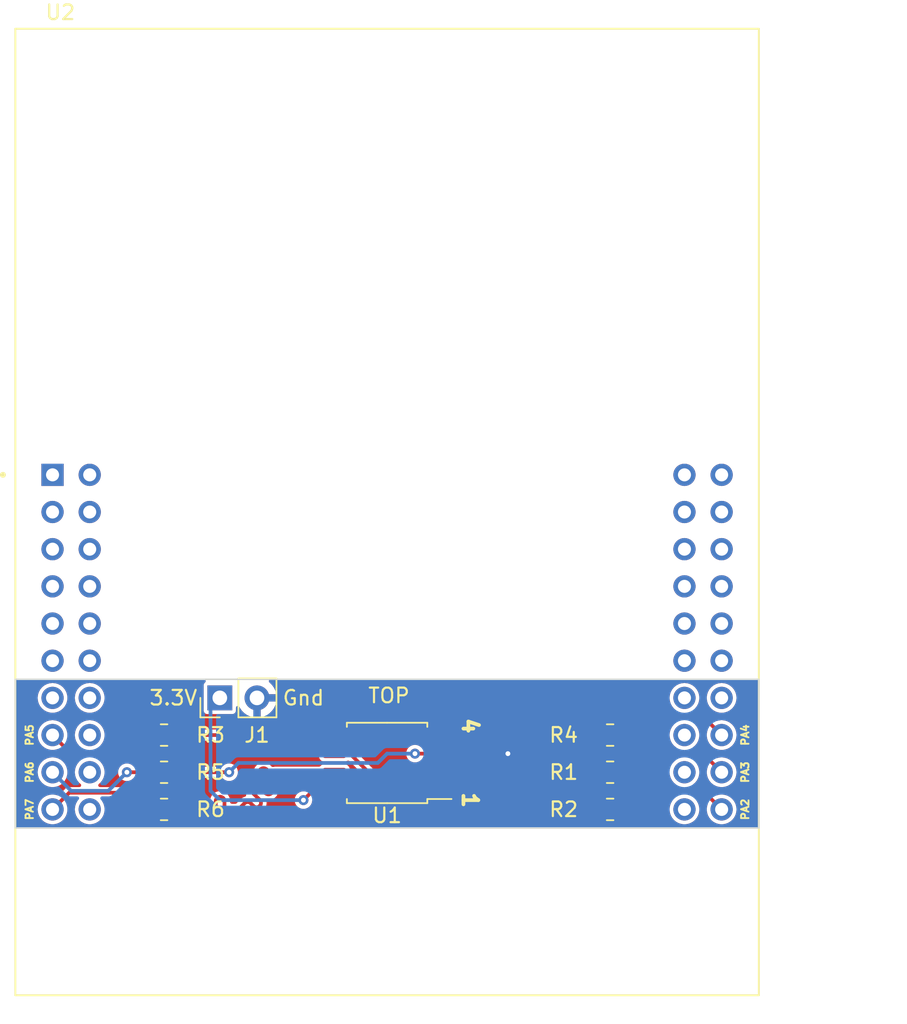
<source format=kicad_pcb>
(kicad_pcb (version 20221018) (generator pcbnew)
  (title_block (title "SOIC-8 Breakout") (date "2023-03-05") (rev "1.1") (company "Jacob Miller"))
  (layers (0 "F.Cu" signal) (31 "B.Cu" signal) (34 "B.Paste" user) (35 "F.Paste" user) (36 "B.SilkS" user "B.Silkscreen") (37 "F.SilkS" user "F.Silkscreen") (38 "B.Mask" user) (39 "F.Mask" user) (44 "Edge.Cuts" user))
  (net 0 "")
  (net 1 "+3.3V")
  (net 2 "/HLD#")
  (net 3 "/CLK")
  (net 4 "GND")
  (net 5 "/MOSI")
  (net 6 "/CE#")
  (net 7 "/MISO")
  (net 8 "/WP#")
  (net 40 "Net-(U1-~{CE})")
  (net 41 "Net-(U1-SCK)")
  (net 42 "Net-(U1-SI)")
  (net 43 "Net-(U1-SO)")
  (net 44 "Net-(U1-~{WP})")
  (net 45 "Net-(U1-~{HOLD})")
  (footprint "EK-TM4C123GXL:MODULE_EK-TM4C123GXL" (layer "F.Cu") (at 95.25 46.99)
    (fp_text reference "U2" (at -22.325 -34.135) (layer "F.SilkS"))
    (fp_text value "EK-TM4C123GXL")
    (fp_line (start -25.4 -33.02) (end -25.4 33.02) (stroke (width 0.127)) (layer "F.SilkS"))
    (fp_line (start -25.4 33.02) (end 25.4 33.02) (stroke (width 0.127)) (layer "F.SilkS"))
    (fp_line (start 25.4 -33.02) (end -25.4 -33.02) (stroke (width 0.127)) (layer "F.SilkS"))
    (fp_line (start 25.4 33.02) (end 25.4 -33.02) (stroke (width 0.127)) (layer "F.SilkS"))
    (fp_circle (center -26.25 -2.54) (end -26.15 -2.54) (stroke (width 0.2)) (fill none) (layer "F.SilkS"))
    (pad "J1_1" thru_hole rect (at -22.86 -2.54) (size 1.52 1.52) (drill 0.89) (layers "*.Cu" "*.Mask") (net 1 "+3.3V"))
    (pad "J1_2" thru_hole circle (at -22.86 0) (size 1.52 1.52) (drill 0.89) (layers "*.Cu" "*.Mask"))
    (pad "J1_3" thru_hole circle (at -22.86 2.54) (size 1.52 1.52) (drill 0.89) (layers "*.Cu" "*.Mask"))
    (pad "J1_4" thru_hole circle (at -22.86 5.08) (size 1.52 1.52) (drill 0.89) (layers "*.Cu" "*.Mask"))
    (pad "J1_5" thru_hole circle (at -22.86 7.62) (size 1.52 1.52) (drill 0.89) (layers "*.Cu" "*.Mask"))
    (pad "J1_6" thru_hole circle (at -22.86 10.16) (size 1.52 1.52) (drill 0.89) (layers "*.Cu" "*.Mask"))
    (pad "J1_7" thru_hole circle (at -22.86 12.7) (size 1.52 1.52) (drill 0.89) (layers "*.Cu" "*.Mask"))
    (pad "J1_8" thru_hole circle (at -22.86 15.24) (size 1.52 1.52) (drill 0.89) (layers "*.Cu" "*.Mask") (net 5 "/MOSI"))
    (pad "J1_9" thru_hole circle (at -22.86 17.78) (size 1.52 1.52) (drill 0.89) (layers "*.Cu" "*.Mask") (net 8 "/WP#"))
    (pad "J1_10" thru_hole circle (at -22.86 20.32) (size 1.52 1.52) (drill 0.89) (layers "*.Cu" "*.Mask") (net 2 "/HLD#"))
    (pad "J2_1" thru_hole circle (at 22.86 -2.54) (size 1.52 1.52) (drill 0.89) (layers "*.Cu" "*.Mask") (net 4 "GND"))
    (pad "J2_2" thru_hole circle (at 22.86 0) (size 1.52 1.52) (drill 0.89) (layers "*.Cu" "*.Mask"))
    (pad "J2_3" thru_hole circle (at 22.86 2.54) (size 1.52 1.52) (drill 0.89) (layers "*.Cu" "*.Mask"))
    (pad "J2_4" thru_hole circle (at 22.86 5.08) (size 1.52 1.52) (drill 0.89) (layers "*.Cu" "*.Mask"))
    (pad "J2_5" thru_hole circle (at 22.86 7.62) (size 1.52 1.52) (drill 0.89) (layers "*.Cu" "*.Mask"))
    (pad "J2_6" thru_hole circle (at 22.86 10.16) (size 1.52 1.52) (drill 0.89) (layers "*.Cu" "*.Mask"))
    (pad "J2_7" thru_hole circle (at 22.86 12.7) (size 1.52 1.52) (drill 0.89) (layers "*.Cu" "*.Mask"))
    (pad "J2_8" thru_hole circle (at 22.86 15.24) (size 1.52 1.52) (drill 0.89) (layers "*.Cu" "*.Mask") (net 7 "/MISO"))
    (pad "J2_9" thru_hole circle (at 22.86 17.78) (size 1.52 1.52) (drill 0.89) (layers "*.Cu" "*.Mask") (net 6 "/CE#"))
    (pad "J2_10" thru_hole circle (at 22.86 20.32) (size 1.52 1.52) (drill 0.89) (layers "*.Cu" "*.Mask") (net 3 "/CLK"))
    (pad "J3_1" thru_hole circle (at -20.32 -2.54) (size 1.52 1.52) (drill 0.89) (layers "*.Cu" "*.Mask"))
    (pad "J3_2" thru_hole circle (at -20.32 0) (size 1.52 1.52) (drill 0.89) (layers "*.Cu" "*.Mask") (net 4 "GND"))
    (pad "J3_3" thru_hole circle (at -20.32 2.54) (size 1.52 1.52) (drill 0.89) (layers "*.Cu" "*.Mask"))
    (pad "J3_4" thru_hole circle (at -20.32 5.08) (size 1.52 1.52) (drill 0.89) (layers "*.Cu" "*.Mask"))
    (pad "J3_5" thru_hole circle (at -20.32 7.62) (size 1.52 1.52) (drill 0.89) (layers "*.Cu" "*.Mask"))
    (pad "J3_6" thru_hole circle (at -20.32 10.16) (size 1.52 1.52) (drill 0.89) (layers "*.Cu" "*.Mask"))
    (pad "J3_7" thru_hole circle (at -20.32 12.7) (size 1.52 1.52) (drill 0.89) (layers "*.Cu" "*.Mask"))
    (pad "J3_8" thru_hole circle (at -20.32 15.24) (size 1.52 1.52) (drill 0.89) (layers "*.Cu" "*.Mask"))
    (pad "J3_9" thru_hole circle (at -20.32 17.78) (size 1.52 1.52) (drill 0.89) (layers "*.Cu" "*.Mask"))
    (pad "J3_10" thru_hole circle (at -20.32 20.32) (size 1.52 1.52) (drill 0.89) (layers "*.Cu" "*.Mask"))
    (pad "J4_1" thru_hole circle (at 20.32 -2.54) (size 1.52 1.52) (drill 0.89) (layers "*.Cu" "*.Mask"))
    (pad "J4_2" thru_hole circle (at 20.32 0) (size 1.52 1.52) (drill 0.89) (layers "*.Cu" "*.Mask"))
    (pad "J4_3" thru_hole circle (at 20.32 2.54) (size 1.52 1.52) (drill 0.89) (layers "*.Cu" "*.Mask"))
    (pad "J4_4" thru_hole circle (at 20.32 5.08) (size 1.52 1.52) (drill 0.89) (layers "*.Cu" "*.Mask"))
    (pad "J4_5" thru_hole circle (at 20.32 7.62) (size 1.52 1.52) (drill 0.89) (layers "*.Cu" "*.Mask"))
    (pad "J4_6" thru_hole circle (at 20.32 10.16) (size 1.52 1.52) (drill 0.89) (layers "*.Cu" "*.Mask"))
    (pad "J4_7" thru_hole circle (at 20.32 12.7) (size 1.52 1.52) (drill 0.89) (layers "*.Cu" "*.Mask"))
    (pad "J4_8" thru_hole circle (at 20.32 15.24) (size 1.52 1.52) (drill 0.89) (layers "*.Cu" "*.Mask"))
    (pad "J4_9" thru_hole circle (at 20.32 17.78) (size 1.52 1.52) (drill 0.89) (layers "*.Cu" "*.Mask"))
    (pad "J4_10" thru_hole circle (at 20.32 20.32) (size 1.52 1.52) (drill 0.89) (layers "*.Cu" "*.Mask"))
  )
  (footprint "Resistor_SMD:R_0805_2012Metric_Pad1.20x1.40mm_HandSolder" (layer "F.Cu") (at 110.49 64.77 180)
    (fp_text reference "R1" (at 3.175 0) (layer "F.SilkS"))
    (fp_text value "R_Small_US")
    (fp_line (start -0.227064 -0.735) (end 0.227064 -0.735) (stroke (width 0.12)) (layer "F.SilkS"))
    (fp_line (start -0.227064 0.735) (end 0.227064 0.735) (stroke (width 0.12)) (layer "F.SilkS"))
    (pad "1" smd roundrect (at -1 0 180) (size 1.2 1.4) (layers "F.Cu" "F.Paste" "F.Mask") (roundrect_rratio 0.2083333333) (net 6 "/CE#"))
    (pad "2" smd roundrect (at 1 0 180) (size 1.2 1.4) (layers "F.Cu" "F.Paste" "F.Mask") (roundrect_rratio 0.2083333333) (net 40 "Net-(U1-~{CE})"))
  )
  (footprint "Resistor_SMD:R_0805_2012Metric_Pad1.20x1.40mm_HandSolder" (layer "F.Cu") (at 80.01 67.31 180)
    (fp_text reference "R6" (at -3.175 0) (layer "F.SilkS"))
    (fp_text value "R_Small_US")
    (fp_line (start -0.227064 -0.735) (end 0.227064 -0.735) (stroke (width 0.12)) (layer "F.SilkS"))
    (fp_line (start -0.227064 0.735) (end 0.227064 0.735) (stroke (width 0.12)) (layer "F.SilkS"))
    (pad "1" smd roundrect (at -1 0 180) (size 1.2 1.4) (layers "F.Cu" "F.Paste" "F.Mask") (roundrect_rratio 0.2083333333) (net 45 "Net-(U1-~{HOLD})"))
    (pad "2" smd roundrect (at 1 0 180) (size 1.2 1.4) (layers "F.Cu" "F.Paste" "F.Mask") (roundrect_rratio 0.2083333333) (net 2 "/HLD#"))
  )
  (footprint "Resistor_SMD:R_0805_2012Metric_Pad1.20x1.40mm_HandSolder" (layer "F.Cu") (at 110.49 67.31)
    (fp_text reference "R2" (at -3.175 0) (layer "F.SilkS"))
    (fp_text value "R_Small_US")
    (fp_line (start -0.227064 -0.735) (end 0.227064 -0.735) (stroke (width 0.12)) (layer "F.SilkS"))
    (fp_line (start -0.227064 0.735) (end 0.227064 0.735) (stroke (width 0.12)) (layer "F.SilkS"))
    (pad "1" smd roundrect (at -1 0) (size 1.2 1.4) (layers "F.Cu" "F.Paste" "F.Mask") (roundrect_rratio 0.2083333333) (net 41 "Net-(U1-SCK)"))
    (pad "2" smd roundrect (at 1 0) (size 1.2 1.4) (layers "F.Cu" "F.Paste" "F.Mask") (roundrect_rratio 0.2083333333) (net 3 "/CLK"))
  )
  (footprint "Resistor_SMD:R_0805_2012Metric_Pad1.20x1.40mm_HandSolder" (layer "F.Cu") (at 80.01 64.77 180)
    (fp_text reference "R5" (at -3.175 0) (layer "F.SilkS"))
    (fp_text value "R_Small_US")
    (fp_line (start -0.227064 -0.735) (end 0.227064 -0.735) (stroke (width 0.12)) (layer "F.SilkS"))
    (fp_line (start -0.227064 0.735) (end 0.227064 0.735) (stroke (width 0.12)) (layer "F.SilkS"))
    (pad "1" smd roundrect (at -1 0 180) (size 1.2 1.4) (layers "F.Cu" "F.Paste" "F.Mask") (roundrect_rratio 0.2083333333) (net 44 "Net-(U1-~{WP})"))
    (pad "2" smd roundrect (at 1 0 180) (size 1.2 1.4) (layers "F.Cu" "F.Paste" "F.Mask") (roundrect_rratio 0.2083333333) (net 8 "/WP#"))
  )
  (footprint "Resistor_SMD:R_0805_2012Metric_Pad1.20x1.40mm_HandSolder" (layer "F.Cu") (at 110.49 62.23)
    (fp_text reference "R4" (at -3.175 0) (layer "F.SilkS"))
    (fp_text value "R_Small_US")
    (fp_line (start -0.227064 -0.735) (end 0.227064 -0.735) (stroke (width 0.12)) (layer "F.SilkS"))
    (fp_line (start -0.227064 0.735) (end 0.227064 0.735) (stroke (width 0.12)) (layer "F.SilkS"))
    (pad "1" smd roundrect (at -1 0) (size 1.2 1.4) (layers "F.Cu" "F.Paste" "F.Mask") (roundrect_rratio 0.2083333333) (net 43 "Net-(U1-SO)"))
    (pad "2" smd roundrect (at 1 0) (size 1.2 1.4) (layers "F.Cu" "F.Paste" "F.Mask") (roundrect_rratio 0.2083333333) (net 7 "/MISO"))
  )
  (footprint "Package_SO:SOIC-8_5.275x5.275mm_P1.27mm" (layer "F.Cu") (at 95.25 64.135 180)
    (fp_text reference "U1" (at 0 -3.59 180) (layer "F.SilkS"))
    (fp_text value "SST25VF080B-50-4x-S2Ax" hide)
    (fp_line (start -2.7475 -2.7475) (end -2.7475 -2.465) (stroke (width 0.12)) (layer "F.SilkS"))
    (fp_line (start -2.7475 -2.465) (end -4.4 -2.465) (stroke (width 0.12)) (layer "F.SilkS"))
    (fp_line (start -2.7475 2.7475) (end -2.7475 2.465) (stroke (width 0.12)) (layer "F.SilkS"))
    (fp_line (start 0 -2.7475) (end -2.7475 -2.7475) (stroke (width 0.12)) (layer "F.SilkS"))
    (fp_line (start 0 -2.7475) (end 2.7475 -2.7475) (stroke (width 0.12)) (layer "F.SilkS"))
    (fp_line (start 0 2.7475) (end -2.7475 2.7475) (stroke (width 0.12)) (layer "F.SilkS"))
    (fp_line (start 0 2.7475) (end 2.7475 2.7475) (stroke (width 0.12)) (layer "F.SilkS"))
    (fp_line (start 2.7475 -2.7475) (end 2.7475 -2.465) (stroke (width 0.12)) (layer "F.SilkS"))
    (fp_line (start 2.7475 2.7475) (end 2.7475 2.465) (stroke (width 0.12)) (layer "F.SilkS"))
    (pad "1" smd roundrect (at -3.6 -1.905 180) (size 1.6 0.6) (layers "F.Cu" "F.Paste" "F.Mask") (net 40 "Net-(U1-~{CE})"))
    (pad "2" smd roundrect (at -3.6 -0.635 180) (size 1.6 0.6) (layers "F.Cu" "F.Paste" "F.Mask") (net 43 "Net-(U1-SO)"))
    (pad "3" smd roundrect (at -3.6 0.635 180) (size 1.6 0.6) (layers "F.Cu" "F.Paste" "F.Mask") (net 44 "Net-(U1-~{WP})"))
    (pad "4" smd roundrect (at -3.6 1.905 180) (size 1.6 0.6) (layers "F.Cu" "F.Paste" "F.Mask") (net 4 "GND"))
    (pad "5" smd roundrect (at 3.6 1.905 180) (size 1.6 0.6) (layers "F.Cu" "F.Paste" "F.Mask") (net 42 "Net-(U1-SI)"))
    (pad "6" smd roundrect (at 3.6 0.635 180) (size 1.6 0.6) (layers "F.Cu" "F.Paste" "F.Mask") (net 41 "Net-(U1-SCK)"))
    (pad "7" smd roundrect (at 3.6 -0.635 180) (size 1.6 0.6) (layers "F.Cu" "F.Paste" "F.Mask") (net 45 "Net-(U1-~{HOLD})"))
    (pad "8" smd roundrect (at 3.6 -1.905 180) (size 1.6 0.6) (layers "F.Cu" "F.Paste" "F.Mask") (net 1 "+3.3V"))
  )
  (footprint "Connector_PinHeader_2.54mm:PinHeader_1x02_P2.54mm_Vertical" (layer "F.Cu") (at 83.82 59.69 90)
    (fp_text reference "J1" (at -2.54 2.54) (layer "F.SilkS"))
    (fp_text value "Conn_01x02_Pin")
    (fp_line (start -1.33 -1.33) (end 0 -1.33) (stroke (width 0.12)) (layer "F.SilkS"))
    (fp_line (start -1.33 0) (end -1.33 -1.33) (stroke (width 0.12)) (layer "F.SilkS"))
    (fp_line (start -1.33 1.27) (end -1.33 3.87) (stroke (width 0.12)) (layer "F.SilkS"))
    (fp_line (start -1.33 1.27) (end 1.33 1.27) (stroke (width 0.12)) (layer "F.SilkS"))
    (fp_line (start -1.33 3.87) (end 1.33 3.87) (stroke (width 0.12)) (layer "F.SilkS"))
    (fp_line (start 1.33 1.27) (end 1.33 3.87) (stroke (width 0.12)) (layer "F.SilkS"))
    (pad "1" thru_hole rect (at 0 0 90) (size 1.7 1.7) (drill 1) (layers "*.Cu" "*.Mask") (net 1 "+3.3V"))
    (pad "2" thru_hole oval (at 0 2.54 90) (size 1.7 1.7) (drill 1) (layers "*.Cu" "*.Mask") (net 4 "GND"))
  )
  (footprint "Resistor_SMD:R_0805_2012Metric_Pad1.20x1.40mm_HandSolder" (layer "F.Cu") (at 80.01 62.23 180)
    (fp_text reference "R3" (at -3.175 0) (layer "F.SilkS"))
    (fp_text value "R_Small_US")
    (fp_line (start -0.227064 -0.735) (end 0.227064 -0.735) (stroke (width 0.12)) (layer "F.SilkS"))
    (fp_line (start -0.227064 0.735) (end 0.227064 0.735) (stroke (width 0.12)) (layer "F.SilkS"))
    (pad "1" smd roundrect (at -1 0 180) (size 1.2 1.4) (layers "F.Cu" "F.Paste" "F.Mask") (roundrect_rratio 0.2083333333) (net 42 "Net-(U1-SI)"))
    (pad "2" smd roundrect (at 1 0 180) (size 1.2 1.4) (layers "F.Cu" "F.Paste" "F.Mask") (roundrect_rratio 0.2083333333) (net 5 "/MOSI"))
  )
  (gr_rect (start 69.85 58.42) (end 120.65 68.58) (stroke (width 0.1)) (fill none) (layer "Edge.Cuts"))
  (gr_text "PA6" (at 71.12 64.77 90) (layer "F.SilkS") (effects (font (size 0.508 0.508) (thickness 0.127) bold) (justify bottom)))
  (gr_text "PA4" (at 120.015 62.23 90) (layer "F.SilkS") (effects (font (size 0.508 0.508) (thickness 0.127) bold) (justify bottom)))
  (gr_text "TOP" (at 93.87625 60.1175) (layer "F.SilkS") (effects (font (size 1 1)) (justify left bottom)))
  (gr_text "PA5" (at 71.12 62.23 90) (layer "F.SilkS") (effects (font (size 0.508 0.508) (thickness 0.127) bold) (justify bottom)))
  (gr_text "PA3" (at 120.015 64.77 90) (layer "F.SilkS") (effects (font (size 0.508 0.508) (thickness 0.127) bold) (justify bottom)))
  (gr_text "3.3V" (at 80.645 59.69) (layer "F.SilkS") (effects (font (size 1 1))))
  (gr_text "4" (at 100.33 61.595 -90) (layer "F.SilkS") (effects (font (size 1.016 1.016) (thickness 0.254) bold) (justify bottom)))
  (gr_text "Gnd" (at 89.535 59.69) (layer "F.SilkS") (effects (font (size 1 1))))
  (gr_text "PA7" (at 71.12 67.31 90) (layer "F.SilkS") (effects (font (size 0.508 0.508) (thickness 0.127) bold) (justify bottom)))
  (gr_text "PA2" (at 120.015 67.31 90) (layer "F.SilkS") (effects (font (size 0.508 0.508) (thickness 0.127) bold) (justify bottom)))
  (gr_text "1" (at 100.33 66.675 270) (layer "F.SilkS") (effects (font (size 1.016 1.016) (thickness 0.254) bold) (justify bottom)))
  (segment (start 90.17 66.04) (end 89.535 66.675) (width 0.254) (layer "F.Cu") (net 1))
  (segment (start 91.65 66.04) (end 90.17 66.04) (width 0.254) (layer "F.Cu") (net 1))
  (via (at 89.535 66.675) (size 0.6858) (drill 0.3302) (layers "F.Cu" "B.Cu") (net 1))
  (segment (start 83.82 66.675) (end 83.185 66.04) (width 0.254) (layer "B.Cu") (net 1))
  (segment (start 83.185 66.04) (end 83.185 60.325) (width 0.254) (layer "B.Cu") (net 1))
  (segment (start 89.535 66.675) (end 83.82 66.675) (width 0.254) (layer "B.Cu") (net 1))
  (segment (start 83.185 60.325) (end 83.82 59.69) (width 0.254) (layer "B.Cu") (net 1))
  (segment (start 79.01 67.31) (end 77.869 66.169) (width 0.254) (layer "F.Cu") (net 2))
  (segment (start 73.531 66.169) (end 72.39 67.31) (width 0.254) (layer "F.Cu") (net 2))
  (segment (start 77.869 66.169) (end 73.531 66.169) (width 0.254) (layer "F.Cu") (net 2))
  (segment (start 114.332653 66.169) (end 116.969 66.169) (width 0.254) (layer "F.Cu") (net 3))
  (segment (start 116.969 66.169) (end 118.11 67.31) (width 0.254) (layer "F.Cu") (net 3))
  (segment (start 111.49 67.31) (end 113.191653 67.31) (width 0.254) (layer "F.Cu") (net 3))
  (segment (start 113.191653 67.31) (end 114.332653 66.169) (width 0.254) (layer "F.Cu") (net 3))
  (via (at 103.505 63.5) (size 0.6858) (drill 0.3302) (layers "F.Cu" "B.Cu") (net 4))
  (segment (start 73.66 63.5) (end 73.3425 63.1825) (width 0.254) (layer "F.Cu") (net 5))
  (segment (start 72.39 62.23) (end 73.66 63.5) (width 0.254) (layer "F.Cu") (net 5))
  (segment (start 79.01 62.23) (end 77.74 63.5) (width 0.254) (layer "F.Cu") (net 5))
  (segment (start 77.74 63.5) (end 73.66 63.5) (width 0.254) (layer "F.Cu") (net 5))
  (segment (start 116.969 63.629) (end 118.11 64.77) (width 0.254) (layer "F.Cu") (net 6))
  (segment (start 111.49 64.77) (end 113.956382 64.77) (width 0.254) (layer "F.Cu") (net 6))
  (segment (start 115.097382 63.629) (end 116.969 63.629) (width 0.254) (layer "F.Cu") (net 6))
  (segment (start 113.956382 64.77) (end 115.097382 63.629) (width 0.254) (layer "F.Cu") (net 6))
  (segment (start 116.84 60.96) (end 118.11 62.23) (width 0.254) (layer "F.Cu") (net 7))
  (segment (start 113.665 60.96) (end 116.84 60.96) (width 0.254) (layer "F.Cu") (net 7))
  (segment (start 112.395 62.23) (end 113.665 60.96) (width 0.254) (layer "F.Cu") (net 7))
  (segment (start 111.49 62.23) (end 112.395 62.23) (width 0.254) (layer "F.Cu") (net 7))
  (segment (start 79.01 64.77) (end 77.47 64.77) (width 0.254) (layer "F.Cu") (net 8))
  (via (at 77.47 64.77) (size 0.6858) (drill 0.3302) (layers "F.Cu" "B.Cu") (net 8))
  (segment (start 77.47 64.77) (end 76.2 66.04) (width 0.254) (layer "B.Cu") (net 8))
  (segment (start 76.2 66.04) (end 73.66 66.04) (width 0.254) (layer "B.Cu") (net 8))
  (segment (start 73.66 66.04) (end 72.39 64.77) (width 0.254) (layer "B.Cu") (net 8))
  (segment (start 107.05 65.07) (end 107.05 64.136152) (width 0.254) (layer "F.Cu") (net 40))
  (segment (start 109.49 64.77) (end 107.95 64.77) (width 0.254) (layer "F.Cu") (net 40))
  (segment (start 107.65 65.07) (end 107.65 65.403848) (width 0.254) (layer "F.Cu") (net 40))
  (segment (start 104.95 64.77) (end 104.14 64.77) (width 0.254) (layer "F.Cu") (net 40))
  (segment (start 101.07 66.04) (end 99.73014 66.04) (width 0.254) (layer "F.Cu") (net 40))
  (segment (start 107.05 65.403848) (end 107.05 65.07) (width 0.254) (layer "F.Cu") (net 40))
  (segment (start 101.97 65.74) (end 101.97 66.423851) (width 0.254) (layer "F.Cu") (net 40))
  (segment (start 106.45 64.77) (end 106.45 65.40385) (width 0.254) (layer "F.Cu") (net 40))
  (segment (start 101.97 65.406152) (end 101.97 65.74) (width 0.254) (layer "F.Cu") (net 40))
  (segment (start 102.57 65.74) (end 102.57 65.406152) (width 0.254) (layer "F.Cu") (net 40))
  (segment (start 106.45 64.136152) (end 106.45 64.77) (width 0.254) (layer "F.Cu") (net 40))
  (segment (start 105.85 65.40385) (end 105.85 64.77) (width 0.254) (layer "F.Cu") (net 40))
  (segment (start 99.73014 66.04) (end 98.85 66.04) (width 0.254) (layer "F.Cu") (net 40))
  (segment (start 105.85 64.77) (end 105.85 64.136149) (width 0.254) (layer "F.Cu") (net 40))
  (segment (start 105.25 64.136149) (end 105.25 64.47) (width 0.254) (layer "F.Cu") (net 40))
  (segment (start 101.37 66.423851) (end 101.37 66.34) (width 0.254) (layer "F.Cu") (net 40))
  (segment (start 104.14 64.77) (end 102.87 66.04) (width 0.254) (layer "F.Cu") (net 40))
  (arc (start 106.45 65.40385) (mid 106.362132 65.615982) (end 106.15 65.70385) (width 0.254) (layer "F.Cu") (net 40))
  (arc (start 102.87 66.04) (mid 102.657868 65.952132) (end 102.57 65.74) (width 0.254) (layer "F.Cu") (net 40))
  (arc (start 105.25 64.47) (mid 105.162132 64.682132) (end 104.95 64.77) (width 0.254) (layer "F.Cu") (net 40))
  (arc (start 101.67 66.723851) (mid 101.457868 66.635983) (end 101.37 66.423851) (width 0.254) (layer "F.Cu") (net 40))
  (arc (start 107.35 65.703848) (mid 107.137868 65.61598) (end 107.05 65.403848) (width 0.254) (layer "F.Cu") (net 40))
  (arc (start 101.37 66.34) (mid 101.282132 66.127868) (end 101.07 66.04) (width 0.254) (layer "F.Cu") (net 40))
  (arc (start 106.15 65.70385) (mid 105.937868 65.615982) (end 105.85 65.40385) (width 0.254) (layer "F.Cu") (net 40))
  (arc (start 106.75 63.836152) (mid 106.537868 63.92402) (end 106.45 64.136152) (width 0.254) (layer "F.Cu") (net 40))
  (arc (start 105.55 63.836149) (mid 105.337868 63.924017) (end 105.25 64.136149) (width 0.254) (layer "F.Cu") (net 40))
  (arc (start 102.57 65.406152) (mid 102.482132 65.19402) (end 102.27 65.106152) (width 0.254) (layer "F.Cu") (net 40))
  (arc (start 107.95 64.77) (mid 107.737868 64.857868) (end 107.65 65.07) (width 0.254) (layer "F.Cu") (net 40))
  (arc (start 105.85 64.136149) (mid 105.762132 63.924017) (end 105.55 63.836149) (width 0.254) (layer "F.Cu") (net 40))
  (arc (start 107.05 64.136152) (mid 106.962132 63.92402) (end 106.75 63.836152) (width 0.254) (layer "F.Cu") (net 40))
  (arc (start 101.97 66.423851) (mid 101.882132 66.635983) (end 101.67 66.723851) (width 0.254) (layer "F.Cu") (net 40))
  (arc (start 102.27 65.106152) (mid 102.057868 65.19402) (end 101.97 65.406152) (width 0.254) (layer "F.Cu") (net 40))
  (arc (start 107.65 65.403848) (mid 107.562132 65.61598) (end 107.35 65.703848) (width 0.254) (layer "F.Cu") (net 40))
  (segment (start 105.119972 66.965028) (end 105.375 66.965028) (width 0.254) (layer "F.Cu") (net 41))
  (segment (start 92.71 63.5) (end 96.52 67.31) (width 0.254) (layer "F.Cu") (net 41))
  (segment (start 105.719972 67.31) (end 105.975 67.31) (width 0.254) (layer "F.Cu") (net 41))
  (segment (start 91.65 63.5) (end 92.71 63.5) (width 0.254) (layer "F.Cu") (net 41))
  (segment (start 105.975 67.31) (end 109.49 67.31) (width 0.254) (layer "F.Cu") (net 41))
  (segment (start 96.52 67.31) (end 104.775 67.31) (width 0.254) (layer "F.Cu") (net 41))
  (arc (start 104.775 67.31) (mid 104.896966 67.25948) (end 104.947486 67.137514) (width 0.254) (layer "F.Cu") (net 41))
  (arc (start 104.947486 67.137514) (mid 104.998006 67.015548) (end 105.119972 66.965028) (width 0.254) (layer "F.Cu") (net 41))
  (arc (start 105.375 66.965028) (mid 105.496966 67.015548) (end 105.547486 67.137514) (width 0.254) (layer "F.Cu") (net 41))
  (arc (start 105.547486 67.137514) (mid 105.598006 67.25948) (end 105.719972 67.31) (width 0.254) (layer "F.Cu") (net 41))
  (segment (start 86.87 61.615448) (end 86.87 62.23) (width 0.254) (layer "F.Cu") (net 42))
  (segment (start 89.27 61.93) (end 89.27 62.844552) (width 0.254) (layer "F.Cu") (net 42))
  (segment (start 88.07 62.23) (end 88.07 62.84455) (width 0.254) (layer "F.Cu") (net 42))
  (segment (start 86.27 62.844546) (end 86.27 62.53) (width 0.254) (layer "F.Cu") (net 42))
  (segment (start 88.67 62.844552) (end 88.67 62.23) (width 0.254) (layer "F.Cu") (net 42))
  (segment (start 89.27 61.615448) (end 89.27 61.93) (width 0.254) (layer "F.Cu") (net 42))
  (segment (start 87.47 62.84455) (end 87.47 62.23) (width 0.254) (layer "F.Cu") (net 42))
  (segment (start 88.07 61.615449) (end 88.07 62.23) (width 0.254) (layer "F.Cu") (net 42))
  (segment (start 89.87 61.93) (end 89.87 61.615448) (width 0.254) (layer "F.Cu") (net 42))
  (segment (start 86.87 62.23) (end 86.87 62.844546) (width 0.254) (layer "F.Cu") (net 42))
  (segment (start 87.47 62.23) (end 87.47 61.615448) (width 0.254) (layer "F.Cu") (net 42))
  (segment (start 82.274643 62.23) (end 81.01 62.23) (width 0.254) (layer "F.Cu") (net 42))
  (segment (start 85.97 62.23) (end 82.274643 62.23) (width 0.254) (layer "F.Cu") (net 42))
  (segment (start 88.67 62.23) (end 88.67 61.615449) (width 0.254) (layer "F.Cu") (net 42))
  (segment (start 91.65 62.23) (end 90.17 62.23) (width 0.254) (layer "F.Cu") (net 42))
  (arc (start 86.27 62.53) (mid 86.182132 62.317868) (end 85.97 62.23) (width 0.254) (layer "F.Cu") (net 42))
  (arc (start 87.77 63.14455) (mid 87.557868 63.056682) (end 87.47 62.84455) (width 0.254) (layer "F.Cu") (net 42))
  (arc (start 87.47 61.615448) (mid 87.382132 61.403316) (end 87.17 61.315448) (width 0.254) (layer "F.Cu") (net 42))
  (arc (start 89.27 62.844552) (mid 89.182132 63.056684) (end 88.97 63.144552) (width 0.254) (layer "F.Cu") (net 42))
  (arc (start 86.57 63.144546) (mid 86.357868 63.056678) (end 86.27 62.844546) (width 0.254) (layer "F.Cu") (net 42))
  (arc (start 87.17 61.315448) (mid 86.957868 61.403316) (end 86.87 61.615448) (width 0.254) (layer "F.Cu") (net 42))
  (arc (start 90.17 62.23) (mid 89.957868 62.142132) (end 89.87 61.93) (width 0.254) (layer "F.Cu") (net 42))
  (arc (start 86.87 62.844546) (mid 86.782132 63.056678) (end 86.57 63.144546) (width 0.254) (layer "F.Cu") (net 42))
  (arc (start 88.97 63.144552) (mid 88.757868 63.056684) (end 88.67 62.844552) (width 0.254) (layer "F.Cu") (net 42))
  (arc (start 88.07 62.84455) (mid 87.982132 63.056682) (end 87.77 63.14455) (width 0.254) (layer "F.Cu") (net 42))
  (arc (start 89.57 61.315448) (mid 89.357868 61.403316) (end 89.27 61.615448) (width 0.254) (layer "F.Cu") (net 42))
  (arc (start 88.37 61.315449) (mid 88.157868 61.403317) (end 88.07 61.615449) (width 0.254) (layer "F.Cu") (net 42))
  (arc (start 89.87 61.615448) (mid 89.782132 61.403316) (end 89.57 61.315448) (width 0.254) (layer "F.Cu") (net 42))
  (arc (start 88.67 61.615449) (mid 88.582132 61.403317) (end 88.37 61.315449) (width 0.254) (layer "F.Cu") (net 42))
  (segment (start 105.25 62.896488) (end 105.25 62.23) (width 0.254) (layer "F.Cu") (net 43))
  (segment (start 105.25 62.23) (end 105.25 61.56349) (width 0.254) (layer "F.Cu") (net 43))
  (segment (start 107.05 61.56349) (end 107.05 61.93) (width 0.254) (layer "F.Cu") (net 43))
  (segment (start 105.85 61.56349) (end 105.85 62.23) (width 0.254) (layer "F.Cu") (net 43))
  (segment (start 106.45 62.89651) (end 106.45 62.23) (width 0.254) (layer "F.Cu") (net 43))
  (segment (start 107.05 61.93) (end 107.05 62.89651) (width 0.254) (layer "F.Cu") (net 43))
  (segment (start 104.35 62.23) (end 102.87 62.23) (width 0.254) (layer "F.Cu") (net 43))
  (segment (start 107.65 61.93) (end 107.65 61.56349) (width 0.254) (layer "F.Cu") (net 43))
  (segment (start 109.49 62.23) (end 107.95 62.23) (width 0.254) (layer "F.Cu") (net 43))
  (segment (start 106.45 62.23) (end 106.45 61.56349) (width 0.254) (layer "F.Cu") (net 43))
  (segment (start 105.85 62.23) (end 105.85 62.896488) (width 0.254) (layer "F.Cu") (net 43))
  (segment (start 100.33 64.77) (end 98.85 64.77) (width 0.254) (layer "F.Cu") (net 43))
  (segment (start 104.65 61.56349) (end 104.65 61.93) (width 0.254) (layer "F.Cu") (net 43))
  (segment (start 102.87 62.23) (end 100.33 64.77) (width 0.254) (layer "F.Cu") (net 43))
  (arc (start 106.15 61.26349) (mid 105.937868 61.351358) (end 105.85 61.56349) (width 0.254) (layer "F.Cu") (net 43))
  (arc (start 105.85 62.896488) (mid 105.762132 63.10862) (end 105.55 63.196488) (width 0.254) (layer "F.Cu") (net 43))
  (arc (start 106.75 63.19651) (mid 106.537868 63.108642) (end 106.45 62.89651) (width 0.254) (layer "F.Cu") (net 43))
  (arc (start 107.65 61.56349) (mid 107.562132 61.351358) (end 107.35 61.26349) (width 0.254) (layer "F.Cu") (net 43))
  (arc (start 105.55 63.196488) (mid 105.337868 63.10862) (end 105.25 62.896488) (width 0.254) (layer "F.Cu") (net 43))
  (arc (start 104.65 61.93) (mid 104.562132 62.142132) (end 104.35 62.23) (width 0.254) (layer "F.Cu") (net 43))
  (arc (start 107.35 61.26349) (mid 107.137868 61.351358) (end 107.05 61.56349) (width 0.254) (layer "F.Cu") (net 43))
  (arc (start 106.45 61.56349) (mid 106.362132 61.351358) (end 106.15 61.26349) (width 0.254) (layer "F.Cu") (net 43))
  (arc (start 104.95 61.26349) (mid 104.737868 61.351358) (end 104.65 61.56349) (width 0.254) (layer "F.Cu") (net 43))
  (arc (start 107.05 62.89651) (mid 106.962132 63.108642) (end 106.75 63.19651) (width 0.254) (layer "F.Cu") (net 43))
  (arc (start 107.95 62.23) (mid 107.737868 62.142132) (end 107.65 61.93) (width 0.254) (layer "F.Cu") (net 43))
  (arc (start 105.25 61.56349) (mid 105.162132 61.351358) (end 104.95 61.26349) (width 0.254) (layer "F.Cu") (net 43))
  (segment (start 84.455 64.77) (end 81.01 64.77) (width 0.254) (layer "F.Cu") (net 44))
  (segment (start 98.85 63.5) (end 97.155 63.5) (width 0.254) (layer "F.Cu") (net 44))
  (via (at 84.455 64.77) (size 0.6858) (drill 0.3302) (layers "F.Cu" "B.Cu") (net 44))
  (via (at 97.155 63.5) (size 0.6858) (drill 0.3302) (layers "F.Cu" "B.Cu") (net 44))
  (segment (start 95.25 63.5) (end 94.615 64.135) (width 0.254) (layer "B.Cu") (net 44))
  (segment (start 94.615 64.135) (end 85.09 64.135) (width 0.254) (layer "B.Cu") (net 44))
  (segment (start 97.155 63.5) (end 95.25 63.5) (width 0.254) (layer "B.Cu") (net 44))
  (segment (start 85.09 64.135) (end 84.455 64.77) (width 0.254) (layer "B.Cu") (net 44))
  (segment (start 83.54 66.744981) (end 83.54 67.01) (width 0.254) (layer "F.Cu") (net 45))
  (segment (start 85.508677 66.891324) (end 85.09 67.31) (width 0.254) (layer "F.Cu") (net 45))
  (segment (start 86.120306 67.078689) (end 85.932942 66.891325) (width 0.254) (layer "F.Cu") (net 45))
  (segment (start 85.745526 65.855376) (end 86.145074 66.254924) (width 0.254) (layer "F.Cu") (net 45))
  (segment (start 86.781469 65.194263) (end 87.357745 65.770539) (width 0.254) (layer "F.Cu") (net 45))
  (segment (start 84.14 67.01) (end 84.14 66.744981) (width 0.254) (layer "F.Cu") (net 45))
  (segment (start 87.205734 64.77) (end 87.205735 64.77) (width 0.254) (layer "F.Cu") (net 45))
  (segment (start 85.09 67.31) (end 84.44 67.31) (width 0.254) (layer "F.Cu") (net 45))
  (segment (start 86.59409 64.582619) (end 86.594089 64.582619) (width 0.254) (layer "F.Cu") (net 45))
  (segment (start 87.205735 64.77) (end 87.018354 64.582619) (width 0.254) (layer "F.Cu") (net 45))
  (segment (start 83.54 67.01) (end 83.54 67.825017) (width 0.254) (layer "F.Cu") (net 45))
  (segment (start 86.933481 66.194803) (end 86.56934 65.830662) (width 0.254) (layer "F.Cu") (net 45))
  (segment (start 86.594089 65.006883) (end 86.781469 65.194263) (width 0.254) (layer "F.Cu") (net 45))
  (segment (start 82.94 67.825017) (end 82.94 67.61) (width 0.254) (layer "F.Cu") (net 45))
  (segment (start 86.145074 66.254924) (end 86.544572 66.654422) (width 0.254) (layer "F.Cu") (net 45))
  (segment (start 82.64 67.31) (end 81.01 67.31) (width 0.254) (layer "F.Cu") (net 45))
  (segment (start 86.56934 65.830662) (end 86.16979 65.431112) (width 0.254) (layer "F.Cu") (net 45))
  (segment (start 85.508678 66.891325) (end 85.508677 66.891324) (width 0.254) (layer "F.Cu") (net 45))
  (segment (start 91.65 64.77) (end 87.63 64.77) (width 0.254) (layer "F.Cu") (net 45))
  (segment (start 86.544572 67.078686) (end 86.54457 67.078689) (width 0.254) (layer "F.Cu") (net 45))
  (arc (start 83.24 68.125017) (mid 83.027868 68.037149) (end 82.94 67.825017) (width 0.254) (layer "F.Cu") (net 45))
  (arc (start 82.94 67.61) (mid 82.852132 67.397868) (end 82.64 67.31) (width 0.254) (layer "F.Cu") (net 45))
  (arc (start 87.357745 65.770539) (mid 87.445613 65.982671) (end 87.357745 66.194803) (width 0.254) (layer "F.Cu") (net 45))
  (arc (start 83.84 66.444981) (mid 83.627868 66.532849) (end 83.54 66.744981) (width 0.254) (layer "F.Cu") (net 45))
  (arc (start 86.54457 67.078689) (mid 86.332438 67.166557) (end 86.120306 67.078689) (width 0.254) (layer "F.Cu") (net 45))
  (arc (start 86.16979 65.431112) (mid 85.957658 65.343244) (end 85.745526 65.431112) (width 0.254) (layer "F.Cu") (net 45))
  (arc (start 83.54 67.825017) (mid 83.452132 68.037149) (end 83.24 68.125017) (width 0.254) (layer "F.Cu") (net 45))
  (arc (start 87.63 64.77) (mid 87.417867 64.857868) (end 87.205734 64.77) (width 0.254) (layer "F.Cu") (net 45))
  (arc (start 85.932942 66.891325) (mid 85.72081 66.803457) (end 85.508678 66.891325) (width 0.254) (layer "F.Cu") (net 45))
  (arc (start 84.44 67.31) (mid 84.227868 67.222132) (end 84.14 67.01) (width 0.254) (layer "F.Cu") (net 45))
  (arc (start 87.018354 64.582619) (mid 86.806222 64.494751) (end 86.59409 64.582619) (width 0.254) (layer "F.Cu") (net 45))
  (arc (start 86.544572 66.654422) (mid 86.63244 66.866554) (end 86.544572 67.078686) (width 0.254) (layer "F.Cu") (net 45))
  (arc (start 87.357745 66.194803) (mid 87.145613 66.282671) (end 86.933481 66.194803) (width 0.254) (layer "F.Cu") (net 45))
  (arc (start 84.14 66.744981) (mid 84.052132 66.532849) (end 83.84 66.444981) (width 0.254) (layer "F.Cu") (net 45))
  (arc (start 85.745526 65.431112) (mid 85.657658 65.643244) (end 85.745526 65.855376) (width 0.254) (layer "F.Cu") (net 45))
  (arc (start 86.594089 64.582619) (mid 86.506221 64.794751) (end 86.594089 65.006883) (width 0.254) (layer "F.Cu") (net 45))
  (zone (net 4) (net_name "GND") (layer "F.Cu") (connect_pads (clearance 0.254)) (min_thickness 0.25) (fill yes (thermal_gap 0.5) (thermal_bridge_width 0.5))
    (polygon (pts (xy 69.85 58.42) (xy 120.65 58.42) (xy 120.65 68.58) (xy 69.85 68.58)))
  )
  (zone (net 4) (net_name "GND") (layer "B.Cu") (priority 1) (connect_pads (clearance 0.254)) (min_thickness 0.25) (fill yes (thermal_gap 0.5) (thermal_bridge_width 0.5))
    (polygon (pts (xy 69.85 58.42) (xy 120.65 58.42) (xy 120.65 68.58) (xy 69.85 68.58)))
  )
)
</source>
